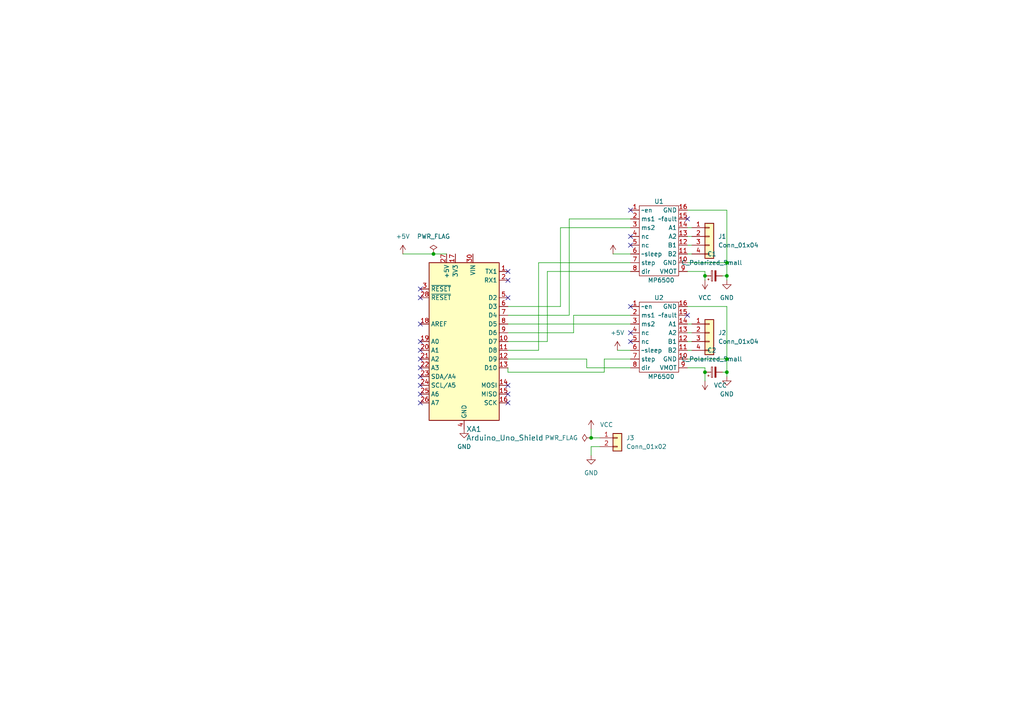
<source format=kicad_sch>
(kicad_sch (version 20230121) (generator eeschema)
  (paper "A4")
  (lib_symbols
    (symbol "Connector_Generic:Conn_01x02" (pin_names (offset 1.016) hide)
      (property "Reference" "J" (at 0 2.54 0))
      (property "Value" "Conn_01x02" (at 0 -5.08 0))
      (symbol "Conn_01x02_1_1"
        (rectangle (start -1.27 -2.413) (end 0 -2.667) (stroke (width 0.1524)))
        (rectangle (start -1.27 0.127) (end 0 -0.127) (stroke (width 0.1524)))
        (rectangle (start -1.27 1.27) (end 1.27 -3.81) (stroke (width 0.254)) (fill (type background)))
        (pin passive line (at -5.08 0 0) (length 3.81) (name "Pin_1") (number "1"))
        (pin passive line (at -5.08 -2.54 0) (length 3.81) (name "Pin_2") (number "2"))
      )
    )
    (symbol "Connector_Generic:Conn_01x04" (pin_names (offset 1.016) hide)
      (property "Reference" "J" (at 0 5.08 0))
      (property "Value" "Conn_01x04" (at 0 -7.62 0))
      (symbol "Conn_01x04_1_1"
        (rectangle (start -1.27 -4.953) (end 0 -5.207) (stroke (width 0.1524)))
        (rectangle (start -1.27 -2.413) (end 0 -2.667) (stroke (width 0.1524)))
        (rectangle (start -1.27 0.127) (end 0 -0.127) (stroke (width 0.1524)))
        (rectangle (start -1.27 2.667) (end 0 2.413) (stroke (width 0.1524)))
        (rectangle (start -1.27 3.81) (end 1.27 -6.35) (stroke (width 0.254)) (fill (type background)))
        (pin passive line (at -5.08 2.54 0) (length 3.81) (name "Pin_1") (number "1"))
        (pin passive line (at -5.08 0 0) (length 3.81) (name "Pin_2") (number "2"))
        (pin passive line (at -5.08 -2.54 0) (length 3.81) (name "Pin_3") (number "3"))
        (pin passive line (at -5.08 -5.08 0) (length 3.81) (name "Pin_4") (number "4"))
      )
    )
    (symbol "Device:C_Polarized_Small" (pin_numbers hide) (pin_names (offset 0.254) hide)
      (property "Reference" "C" (at 0.254 1.778 0))
      (property "Value" "C_Polarized_Small" (at 0.254 -2.032 0))
      (symbol "C_Polarized_Small_0_1"
        (rectangle (start -1.524 -0.3048) (end 1.524 -0.6858) (fill (type outline)))
        (rectangle (start -1.524 0.6858) (end 1.524 0.3048))
        (polyline (pts (xy -1.27 1.524) (xy -0.762 1.524)))
        (polyline (pts (xy -1.016 1.27) (xy -1.016 1.778)))
      )
      (symbol "C_Polarized_Small_1_1"
        (pin passive line (at 0 2.54 270) (length 1.8542) (name "~") (number "1"))
        (pin passive line (at 0 -2.54 90) (length 1.8542) (name "~") (number "2"))
      )
    )
    (symbol "MCU_Module:Arduino_Nano_Every"
      (property "Reference" "A" (at -10.16 23.495 0))
      (property "Value" "Arduino_Nano_Every" (at 5.08 -24.13 0))
      (symbol "Arduino_Nano_Every_0_1"
        (rectangle (start -10.16 22.86) (end 10.16 -22.86) (stroke (width 0.254)) (fill (type background)))
      )
      (symbol "Arduino_Nano_Every_1_1"
        (pin bidirectional line (at -12.7 20.32 0) (length 2.54) (name "TX1") (number "1"))
        (pin bidirectional line (at -12.7 0 0) (length 2.54) (name "D7") (number "10"))
        (pin bidirectional line (at -12.7 -2.54 0) (length 2.54) (name "D8") (number "11"))
        (pin bidirectional line (at -12.7 -5.08 0) (length 2.54) (name "D9") (number "12"))
        (pin bidirectional line (at -12.7 -7.62 0) (length 2.54) (name "D10") (number "13"))
        (pin bidirectional line (at -12.7 -12.7 0) (length 2.54) (name "MOSI") (number "14"))
        (pin bidirectional line (at -12.7 -15.24 0) (length 2.54) (name "MISO") (number "15"))
        (pin bidirectional line (at -12.7 -17.78 0) (length 2.54) (name "SCK") (number "16"))
        (pin power_out line (at 2.54 25.4 270) (length 2.54) (name "3V3") (number "17"))
        (pin input line (at 12.7 5.08 180) (length 2.54) (name "AREF") (number "18"))
        (pin bidirectional line (at 12.7 0 180) (length 2.54) (name "A0") (number "19"))
        (pin bidirectional line (at -12.7 17.78 0) (length 2.54) (name "RX1") (number "2"))
        (pin bidirectional line (at 12.7 -2.54 180) (length 2.54) (name "A1") (number "20"))
        (pin bidirectional line (at 12.7 -5.08 180) (length 2.54) (name "A2") (number "21"))
        (pin bidirectional line (at 12.7 -7.62 180) (length 2.54) (name "A3") (number "22"))
        (pin bidirectional line (at 12.7 -10.16 180) (length 2.54) (name "SDA/A4") (number "23"))
        (pin bidirectional line (at 12.7 -12.7 180) (length 2.54) (name "SCL/A5") (number "24"))
        (pin bidirectional line (at 12.7 -15.24 180) (length 2.54) (name "A6") (number "25"))
        (pin bidirectional line (at 12.7 -17.78 180) (length 2.54) (name "A7") (number "26"))
        (pin power_out line (at 5.08 25.4 270) (length 2.54) (name "+5V") (number "27"))
        (pin input line (at 12.7 12.7 180) (length 2.54) (name "~{RESET}") (number "28"))
        (pin passive line (at 0 -25.4 90) (length 2.54) hide (name "GND") (number "29"))
        (pin input line (at 12.7 15.24 180) (length 2.54) (name "~{RESET}") (number "3"))
        (pin power_in line (at -2.54 25.4 270) (length 2.54) (name "VIN") (number "30"))
        (pin power_in line (at 0 -25.4 90) (length 2.54) (name "GND") (number "4"))
        (pin bidirectional line (at -12.7 12.7 0) (length 2.54) (name "D2") (number "5"))
        (pin bidirectional line (at -12.7 10.16 0) (length 2.54) (name "D3") (number "6"))
        (pin bidirectional line (at -12.7 7.62 0) (length 2.54) (name "D4") (number "7"))
        (pin bidirectional line (at -12.7 5.08 0) (length 2.54) (name "D5") (number "8"))
        (pin bidirectional line (at -12.7 2.54 0) (length 2.54) (name "D6") (number "9"))
      )
    )
    (symbol "MP6500_1"
      (property "Reference" "U" (at 5.715 -21.59 0))
      (property "Value" "MP6500_1" (at 5.08 1.27 0))
      (symbol "MP6500_1_0_1"
        (rectangle (start 0 0) (end 11.43 -20.32))
      )
      (symbol "MP6500_1_1_1"
        (pin passive line (at -2.54 -19.05 0) (length 2.54) (name "~en") (number "1"))
        (pin passive line (at 13.97 -3.81 180) (length 2.54) (name "GND") (number "10"))
        (pin passive line (at 13.97 -6.35 180) (length 2.54) (name "B2") (number "11"))
        (pin passive line (at 13.97 -8.89 180) (length 2.54) (name "B1") (number "12"))
        (pin passive line (at 13.97 -11.43 180) (length 2.54) (name "A2") (number "13"))
        (pin passive line (at 13.97 -13.97 180) (length 2.54) (name "A1") (number "14"))
        (pin passive line (at 13.97 -16.51 180) (length 2.54) (name "~fault") (number "15"))
        (pin passive line (at 13.97 -19.05 180) (length 2.54) (name "GND") (number "16"))
        (pin passive line (at -2.54 -16.51 0) (length 2.54) (name "ms1") (number "2"))
        (pin passive line (at -2.54 -13.97 0) (length 2.54) (name "ms2") (number "3"))
        (pin passive line (at -2.54 -11.43 0) (length 2.54) (name "nc") (number "4"))
        (pin passive line (at -2.54 -8.89 0) (length 2.54) (name "nc") (number "5"))
        (pin passive line (at -2.54 -6.35 0) (length 2.54) (name "~sleep") (number "6"))
        (pin passive line (at -2.54 -3.81 0) (length 2.54) (name "step") (number "7"))
        (pin passive line (at -2.54 -1.27 0) (length 2.54) (name "dir") (number "8"))
        (pin passive line (at 13.97 -1.27 180) (length 2.54) (name "VMOT") (number "9"))
      )
    )
    (symbol "misc_circular track symbols:MP6500"
      (property "Reference" "U" (at 5.715 -21.59 0))
      (property "Value" "MP6500" (at 5.08 1.27 0))
      (symbol "MP6500_0_1"
        (rectangle (start 0 0) (end 11.43 -20.32))
      )
      (symbol "MP6500_1_1"
        (pin passive line (at -2.54 -19.05 0) (length 2.54) (name "~en") (number "1"))
        (pin passive line (at 13.97 -3.81 180) (length 2.54) (name "GND") (number "10"))
        (pin passive line (at 13.97 -6.35 180) (length 2.54) (name "B2") (number "11"))
        (pin passive line (at 13.97 -8.89 180) (length 2.54) (name "B1") (number "12"))
        (pin passive line (at 13.97 -11.43 180) (length 2.54) (name "A2") (number "13"))
        (pin passive line (at 13.97 -13.97 180) (length 2.54) (name "A1") (number "14"))
        (pin passive line (at 13.97 -16.51 180) (length 2.54) (name "~fault") (number "15"))
        (pin passive line (at 13.97 -19.05 180) (length 2.54) (name "GND") (number "16"))
        (pin passive line (at -2.54 -16.51 0) (length 2.54) (name "ms1") (number "2"))
        (pin passive line (at -2.54 -13.97 0) (length 2.54) (name "ms2") (number "3"))
        (pin passive line (at -2.54 -11.43 0) (length 2.54) (name "nc") (number "4"))
        (pin passive line (at -2.54 -8.89 0) (length 2.54) (name "nc") (number "5"))
        (pin passive line (at -2.54 -6.35 0) (length 2.54) (name "~sleep") (number "6"))
        (pin passive line (at -2.54 -3.81 0) (length 2.54) (name "step") (number "7"))
        (pin passive line (at -2.54 -1.27 0) (length 2.54) (name "dir") (number "8"))
        (pin passive line (at 13.97 -1.27 180) (length 2.54) (name "VMOT") (number "9"))
      )
    )
    (symbol "power:+5V" (power) (pin_names (offset 0))
      (property "Value" "+5V" (at 0 3.556 0))
      (symbol "+5V_0_1"
        (polyline (pts (xy -0.762 1.27) (xy 0 2.54)))
        (polyline (pts (xy 0 0) (xy 0 2.54)))
        (polyline (pts (xy 0 2.54) (xy 0.762 1.27)))
      )
      (symbol "+5V_1_1"
        (pin power_in line (at 0 0 90) (length 0) hide (name "+5V") (number "1"))
      )
    )
    (symbol "power:GND" (power) (pin_names (offset 0))
      (property "Value" "GND" (at 0 -3.81 0))
      (symbol "GND_0_1"
        (polyline (pts (xy 0 0) (xy 0 -1.27) (xy 1.27 -1.27) (xy 0 -2.54) (xy -1.27 -1.27) (xy 0 -1.27)))
      )
      (symbol "GND_1_1"
        (pin power_in line (at 0 0 270) (length 0) hide (name "GND") (number "1"))
      )
    )
    (symbol "power:PWR_FLAG" (power) (pin_numbers hide) (pin_names (offset 0) hide)
      (property "Value" "PWR_FLAG" (at 0 3.81 0))
      (symbol "PWR_FLAG_0_0"
        (pin power_out line (at 0 0 90) (length 0) (name "pwr") (number "1"))
      )
      (symbol "PWR_FLAG_0_1"
        (polyline (pts (xy 0 0) (xy 0 1.27) (xy -1.016 1.905) (xy 0 2.54) (xy 1.016 1.905) (xy 0 1.27)))
      )
    )
    (symbol "power:VCC" (power) (pin_names (offset 0))
      (property "Value" "VCC" (at 0 3.81 0))
      (symbol "VCC_0_1"
        (polyline (pts (xy -0.762 1.27) (xy 0 2.54)))
        (polyline (pts (xy 0 0) (xy 0 2.54)))
        (polyline (pts (xy 0 2.54) (xy 0.762 1.27)))
      )
      (symbol "VCC_1_1"
        (pin power_in line (at 0 0 90) (length 0) hide (name "VCC") (number "1"))
      )
    )
  )
  (junction (at 210.82 80.01))
  (junction (at 210.82 76.2))
  (junction (at 125.73 73.66))
  (junction (at 210.82 107.95))
  (junction (at 210.82 104.14))
  (junction (at 171.45 127))
  (junction (at 204.47 80.01))
  (junction (at 204.47 107.95))
  (no_connect (at 121.92 106.68))
  (no_connect (at 147.32 86.36))
  (no_connect (at 199.39 91.44))
  (no_connect (at 182.88 96.52))
  (no_connect (at 182.88 99.06))
  (no_connect (at 182.88 71.12))
  (no_connect (at 182.88 68.58))
  (no_connect (at 182.88 88.9))
  (no_connect (at 182.88 60.96))
  (no_connect (at 121.92 99.06))
  (no_connect (at 121.92 101.6))
  (no_connect (at 121.92 111.76))
  (no_connect (at 121.92 109.22))
  (no_connect (at 121.92 104.14))
  (no_connect (at 121.92 93.98))
  (no_connect (at 121.92 116.84))
  (no_connect (at 121.92 83.82))
  (no_connect (at 121.92 86.36))
  (no_connect (at 147.32 116.84))
  (no_connect (at 147.32 111.76))
  (no_connect (at 147.32 114.3))
  (no_connect (at 147.32 78.74))
  (no_connect (at 147.32 81.28))
  (no_connect (at 121.92 114.3))
  (no_connect (at 199.39 63.5))
  (wire (pts (xy 179.07 101.6) (xy 182.88 101.6)))
  (wire (pts (xy 175.26 104.14) (xy 175.26 107.95)))
  (wire (pts (xy 200.66 68.58) (xy 199.39 68.58)))
  (wire (pts (xy 173.99 129.54) (xy 171.45 129.54)))
  (wire (pts (xy 162.56 66.04) (xy 162.56 88.9)))
  (wire (pts (xy 125.73 73.66) (xy 129.54 73.66)))
  (wire (pts (xy 170.18 104.14) (xy 170.18 106.68)))
  (wire (pts (xy 204.47 78.74) (xy 204.47 80.01)))
  (wire (pts (xy 156.21 76.2) (xy 182.88 76.2)))
  (wire (pts (xy 182.88 104.14) (xy 175.26 104.14)))
  (wire (pts (xy 210.82 80.01) (xy 210.82 81.28)))
  (wire (pts (xy 200.66 99.06) (xy 199.39 99.06)))
  (wire (pts (xy 177.8 73.66) (xy 182.88 73.66)))
  (wire (pts (xy 116.84 73.66) (xy 125.73 73.66)))
  (wire (pts (xy 165.1 63.5) (xy 182.88 63.5)))
  (wire (pts (xy 204.47 107.95) (xy 204.47 110.49)))
  (wire (pts (xy 175.26 107.95) (xy 147.32 107.95)))
  (wire (pts (xy 210.82 88.9) (xy 210.82 104.14)))
  (wire (pts (xy 166.37 91.44) (xy 182.88 91.44)))
  (wire (pts (xy 199.39 88.9) (xy 210.82 88.9)))
  (wire (pts (xy 158.75 78.74) (xy 182.88 78.74)))
  (wire (pts (xy 210.82 76.2) (xy 210.82 80.01)))
  (wire (pts (xy 156.21 101.6) (xy 156.21 76.2)))
  (wire (pts (xy 210.82 60.96) (xy 210.82 76.2)))
  (wire (pts (xy 200.66 93.98) (xy 199.39 93.98)))
  (wire (pts (xy 147.32 101.6) (xy 156.21 101.6)))
  (wire (pts (xy 209.55 107.95) (xy 210.82 107.95)))
  (wire (pts (xy 171.45 124.46) (xy 171.45 127)))
  (wire (pts (xy 147.32 91.44) (xy 165.1 91.44)))
  (wire (pts (xy 200.66 101.6) (xy 199.39 101.6)))
  (wire (pts (xy 166.37 96.52) (xy 166.37 91.44)))
  (wire (pts (xy 204.47 106.68) (xy 204.47 107.95)))
  (wire (pts (xy 199.39 106.68) (xy 204.47 106.68)))
  (wire (pts (xy 200.66 71.12) (xy 199.39 71.12)))
  (wire (pts (xy 171.45 129.54) (xy 171.45 132.08)))
  (wire (pts (xy 147.32 107.95) (xy 147.32 106.68)))
  (wire (pts (xy 165.1 91.44) (xy 165.1 63.5)))
  (wire (pts (xy 147.32 104.14) (xy 170.18 104.14)))
  (wire (pts (xy 147.32 93.98) (xy 182.88 93.98)))
  (wire (pts (xy 200.66 73.66) (xy 199.39 73.66)))
  (wire (pts (xy 199.39 104.14) (xy 210.82 104.14)))
  (wire (pts (xy 200.66 96.52) (xy 199.39 96.52)))
  (wire (pts (xy 147.32 99.06) (xy 158.75 99.06)))
  (wire (pts (xy 170.18 106.68) (xy 182.88 106.68)))
  (wire (pts (xy 158.75 99.06) (xy 158.75 78.74)))
  (wire (pts (xy 209.55 80.01) (xy 210.82 80.01)))
  (wire (pts (xy 210.82 104.14) (xy 210.82 107.95)))
  (wire (pts (xy 182.88 66.04) (xy 162.56 66.04)))
  (wire (pts (xy 199.39 60.96) (xy 210.82 60.96)))
  (wire (pts (xy 199.39 76.2) (xy 210.82 76.2)))
  (wire (pts (xy 162.56 88.9) (xy 147.32 88.9)))
  (wire (pts (xy 199.39 78.74) (xy 204.47 78.74)))
  (wire (pts (xy 147.32 96.52) (xy 166.37 96.52)))
  (wire (pts (xy 204.47 80.01) (xy 204.47 81.28)))
  (wire (pts (xy 200.66 66.04) (xy 199.39 66.04)))
  (wire (pts (xy 210.82 107.95) (xy 210.82 109.22)))
  (wire (pts (xy 171.45 127) (xy 173.99 127)))
  (symbol (lib_id "power:PWR_FLAG") (at 171.45 127 90) (unit 1)
    (property "Reference" "#FLG02" (effects hide))
    (property "Value" "PWR_FLAG" (at 167.64 126.9999 90) (effects (justify left)))
  )
  (symbol (lib_id "power:GND") (at 134.62 124.46 0) (unit 1)
    (property "Reference" "#PWR04" (effects hide))
    (property "Value" "GND" (at 134.62 129.54 0))
  )
  (symbol (lib_id "power:VCC") (at 171.45 124.46 0) (unit 1)
    (property "Reference" "#PWR011" (effects hide))
    (property "Value" "VCC" (at 173.99 123.1899 0) (effects (justify left)))
  )
  (symbol (lib_id "power:GND") (at 210.82 109.22 0) (unit 1)
    (property "Reference" "#PWR09" (effects hide))
    (property "Value" "GND" (at 210.82 114.3 0))
  )
  (symbol (lib_id "power:+5V") (at 116.84 73.66 0) (unit 1)
    (property "Reference" "#PWR02" (effects hide))
    (property "Value" "+5V" (at 116.84 68.58 0))
  )
  (symbol (lib_id "power:+5V") (at 179.07 101.6 0) (unit 1)
    (property "Reference" "#PWR08" (effects hide))
    (property "Value" "+5V" (at 179.07 96.52 0))
  )
  (symbol (lib_id "power:PWR_FLAG") (at 125.73 73.66 0) (unit 1)
    (property "Reference" "#FLG01" (effects hide))
    (property "Value" "PWR_FLAG" (at 125.73 68.58 0))
  )
  (symbol (lib_id "power:GND") (at 210.82 81.28 0) (unit 1)
    (property "Reference" "#PWR06" (effects hide))
    (property "Value" "GND" (at 210.82 86.36 0))
  )
  (symbol (lib_id "MCU_Module:Arduino_Nano_Every") (at 134.62 99.06 0) (mirror y) (unit 1)
    (property "Reference" "XA1" (at 135.2041 124.46 0) (effects (font (size 1.524 1.524)) (justify right)))
    (property "Value" "Arduino_Uno_Shield" (at 135.2041 127 0) (effects (font (size 1.524 1.524)) (justify right)))
    (property "Footprint" "Module:Arduino_Nano" (effects hide))
    (property "Datasheet" "https://content.arduino.cc/assets/NANOEveryV3.0_sch.pdf" (effects hide))
  )
  (symbol (lib_id "power:+5V") (at 177.8 73.66 0) (unit 1)
    (property "Reference" "#PWR03" (effects hide))
    (property "Value" "+5V" (effects hide))
  )
  (symbol (lib_id "power:VCC") (at 204.47 81.28 180) (unit 1)
    (property "Reference" "#PWR05" (effects hide))
    (property "Value" "VCC" (at 204.47 86.36 0))
  )
  (symbol (lib_id "Device:C_Polarized_Small") (at 207.01 80.01 90) (unit 1)
    (property "Reference" "C1" (at 206.4639 73.66 90))
    (property "Value" "C_Polarized_Small" (at 206.4639 76.2 90))
    (property "Footprint" "Capacitor_THT:CP_Radial_D5.0mm_P2.50mm" (effects hide))
  )
  (symbol (lib_id "Connector_Generic:Conn_01x02") (at 179.07 127 0) (unit 1)
    (property "Reference" "J3" (at 181.61 126.9999 0) (effects (justify left)))
    (property "Value" "Conn_01x02" (at 181.61 129.5399 0) (effects (justify left)))
    (property "Footprint" "Connector_BarrelJack:BarrelJack_CUI_PJ-063AH_Horizontal" (effects hide))
  )
  (symbol (lib_id "Device:C_Polarized_Small") (at 207.01 107.95 90) (unit 1)
    (property "Reference" "C2" (at 206.4639 101.6 90))
    (property "Value" "C_Polarized_Small" (at 206.4639 104.14 90))
    (property "Footprint" "Capacitor_THT:CP_Radial_D5.0mm_P2.50mm" (effects hide))
  )
  (symbol (lib_id "Connector_Generic:Conn_01x04") (at 205.74 96.52 0) (unit 1)
    (property "Reference" "J2" (at 208.28 96.5199 0) (effects (justify left)))
    (property "Value" "Conn_01x04" (at 208.28 99.0599 0) (effects (justify left)))
    (property "Footprint" "Connector_PinHeader_2.54mm:PinHeader_1x04_P2.54mm_Vertical" (effects hide))
  )
  (symbol (lib_id "Connector_Generic:Conn_01x04") (at 205.74 68.58 0) (unit 1)
    (property "Reference" "J1" (at 208.28 68.5799 0) (effects (justify left)))
    (property "Value" "Conn_01x04" (at 208.28 71.1199 0) (effects (justify left)))
    (property "Footprint" "Connector_PinHeader_2.54mm:PinHeader_1x04_P2.54mm_Vertical" (effects hide))
  )
  (symbol (lib_id "power:VCC") (at 204.47 110.49 180) (unit 1)
    (property "Reference" "#PWR010" (effects hide))
    (property "Value" "VCC" (at 207.01 111.7599 0) (effects (justify right)))
  )
  (symbol (lib_name "MP6500_1") (lib_id "misc_circular track symbols:MP6500") (at 185.42 80.01 0) (mirror x) (unit 1)
    (property "Reference" "U1" (at 191.135 58.42 0))
    (property "Value" "MP6500" (at 191.77 81.28 0))
    (property "Footprint" "Library:mp6500" (effects hide))
  )
  (symbol (lib_id "misc_circular track symbols:MP6500") (at 185.42 107.95 0) (mirror x) (unit 1)
    (property "Reference" "U2" (at 191.135 86.36 0))
    (property "Value" "MP6500" (at 191.77 109.22 0))
    (property "Footprint" "Library:mp6500" (effects hide))
  )
  (symbol (lib_id "power:GND") (at 171.45 132.08 0) (unit 1)
    (property "Reference" "#PWR012" (effects hide))
    (property "Value" "GND" (at 171.45 137.16 0))
  )
)
</source>
